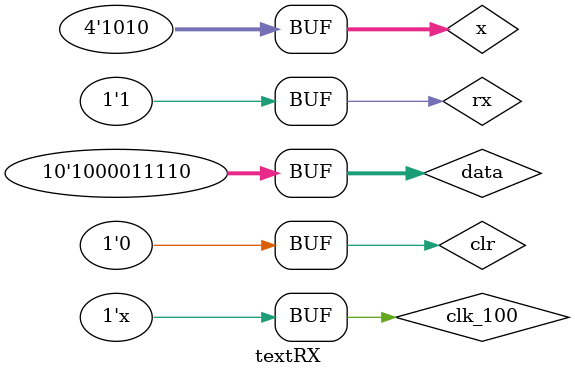
<source format=v>
`timescale 1ns / 1ps

module textRX;

	// Inputs
	reg clk_100;
	reg rx;
	reg clr;

	// Outputs
	wire [7:0] data_out;
	wire ready;
	wire led_rx;
	
	//local
	reg [9:0] data;
	reg [3:0] x;
	
	// Instantiate the Unit Under Test (UUT)
	rx reciver (
		.clk(clk_100), 
		.rx(rx), 
		.data_out(data_out), 
		.ready(ready), 
		.led_rx(led_rx), 
		.clr(clr)
	);
	
	always begin
	#5 clk_100 = ~clk_100;
	end
	initial begin
		// Initialize Inputs
		clk_100 = 0;
		rx = 1;
		clr = 0;

		// Wait 100 ns for global reset to finish
		#1041600
		data =10'b 1000011110;
		for(x = 0 ; x<10; x= x + 1) begin
			#104160 rx=data[x];
		end	

	end
      
endmodule


</source>
